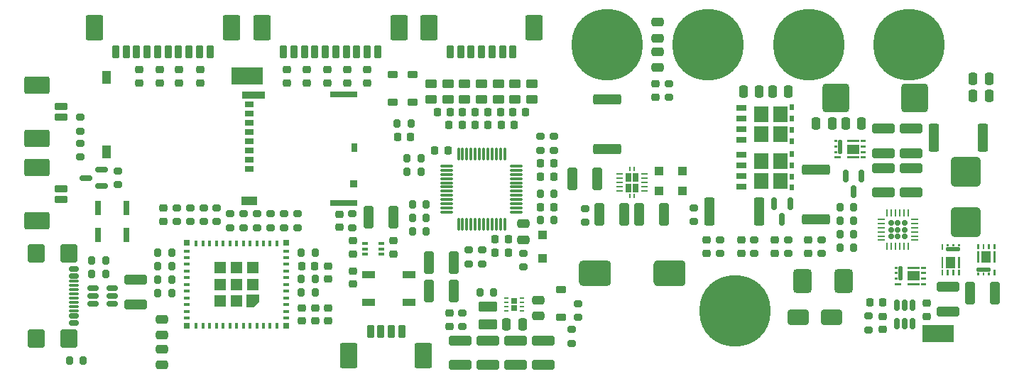
<source format=gtp>
G04 #@! TF.GenerationSoftware,KiCad,Pcbnew,7.0.8*
G04 #@! TF.CreationDate,2023-11-12T21:10:40-08:00*
G04 #@! TF.ProjectId,bms,626d732e-6b69-4636-9164-5f7063625858,V1*
G04 #@! TF.SameCoordinates,Original*
G04 #@! TF.FileFunction,Paste,Top*
G04 #@! TF.FilePolarity,Positive*
%FSLAX46Y46*%
G04 Gerber Fmt 4.6, Leading zero omitted, Abs format (unit mm)*
G04 Created by KiCad (PCBNEW 7.0.8) date 2023-11-12 21:10:40*
%MOMM*%
%LPD*%
G01*
G04 APERTURE LIST*
G04 Aperture macros list*
%AMRoundRect*
0 Rectangle with rounded corners*
0 $1 Rounding radius*
0 $2 $3 $4 $5 $6 $7 $8 $9 X,Y pos of 4 corners*
0 Add a 4 corners polygon primitive as box body*
4,1,4,$2,$3,$4,$5,$6,$7,$8,$9,$2,$3,0*
0 Add four circle primitives for the rounded corners*
1,1,$1+$1,$2,$3*
1,1,$1+$1,$4,$5*
1,1,$1+$1,$6,$7*
1,1,$1+$1,$8,$9*
0 Add four rect primitives between the rounded corners*
20,1,$1+$1,$2,$3,$4,$5,0*
20,1,$1+$1,$4,$5,$6,$7,0*
20,1,$1+$1,$6,$7,$8,$9,0*
20,1,$1+$1,$8,$9,$2,$3,0*%
%AMFreePoly0*
4,1,6,0.725000,-0.725000,-0.725000,-0.725000,-0.725000,0.125000,-0.125000,0.725000,0.725000,0.725000,0.725000,-0.725000,0.725000,-0.725000,$1*%
G04 Aperture macros list end*
%ADD10R,0.230000X0.230000*%
%ADD11O,0.800000X0.230000*%
%ADD12R,0.680000X1.050000*%
%ADD13R,0.260000X0.500000*%
%ADD14RoundRect,0.250000X0.250000X0.475000X-0.250000X0.475000X-0.250000X-0.475000X0.250000X-0.475000X0*%
%ADD15RoundRect,0.200000X0.200000X0.600000X-0.200000X0.600000X-0.200000X-0.600000X0.200000X-0.600000X0*%
%ADD16RoundRect,0.250001X0.799999X1.249999X-0.799999X1.249999X-0.799999X-1.249999X0.799999X-1.249999X0*%
%ADD17RoundRect,0.200000X0.275000X-0.200000X0.275000X0.200000X-0.275000X0.200000X-0.275000X-0.200000X0*%
%ADD18RoundRect,0.225000X0.225000X0.250000X-0.225000X0.250000X-0.225000X-0.250000X0.225000X-0.250000X0*%
%ADD19RoundRect,0.250000X0.325000X1.100000X-0.325000X1.100000X-0.325000X-1.100000X0.325000X-1.100000X0*%
%ADD20RoundRect,0.200000X0.200000X0.275000X-0.200000X0.275000X-0.200000X-0.275000X0.200000X-0.275000X0*%
%ADD21RoundRect,0.250000X-1.100000X0.325000X-1.100000X-0.325000X1.100000X-0.325000X1.100000X0.325000X0*%
%ADD22RoundRect,0.150000X-0.150000X0.587500X-0.150000X-0.587500X0.150000X-0.587500X0.150000X0.587500X0*%
%ADD23R,0.800000X0.400000*%
%ADD24R,0.400000X0.800000*%
%ADD25FreePoly0,180.000000*%
%ADD26R,1.450000X1.450000*%
%ADD27R,0.700000X0.700000*%
%ADD28RoundRect,0.218750X-0.256250X0.218750X-0.256250X-0.218750X0.256250X-0.218750X0.256250X0.218750X0*%
%ADD29R,0.650000X0.400000*%
%ADD30RoundRect,0.250000X0.450000X-0.262500X0.450000X0.262500X-0.450000X0.262500X-0.450000X-0.262500X0*%
%ADD31R,1.100000X0.700000*%
%ADD32R,0.930000X0.900000*%
%ADD33R,0.780000X1.050000*%
%ADD34R,3.330000X0.700000*%
%ADD35R,1.830000X1.140000*%
%ADD36R,2.800000X0.860000*%
%ADD37C,8.500000*%
%ADD38RoundRect,0.225000X-0.250000X0.225000X-0.250000X-0.225000X0.250000X-0.225000X0.250000X0.225000X0*%
%ADD39RoundRect,0.200000X-0.275000X0.200000X-0.275000X-0.200000X0.275000X-0.200000X0.275000X0.200000X0*%
%ADD40RoundRect,0.150000X-0.425000X0.150000X-0.425000X-0.150000X0.425000X-0.150000X0.425000X0.150000X0*%
%ADD41RoundRect,0.075000X-0.500000X0.075000X-0.500000X-0.075000X0.500000X-0.075000X0.500000X0.075000X0*%
%ADD42RoundRect,0.250000X-0.750000X0.840000X-0.750000X-0.840000X0.750000X-0.840000X0.750000X0.840000X0*%
%ADD43RoundRect,0.200000X-0.600000X0.200000X-0.600000X-0.200000X0.600000X-0.200000X0.600000X0.200000X0*%
%ADD44RoundRect,0.250001X-1.249999X0.799999X-1.249999X-0.799999X1.249999X-0.799999X1.249999X0.799999X0*%
%ADD45RoundRect,0.225000X0.250000X-0.225000X0.250000X0.225000X-0.250000X0.225000X-0.250000X-0.225000X0*%
%ADD46R,0.750000X0.650000*%
%ADD47R,0.500000X0.250000*%
%ADD48RoundRect,0.250000X-1.000000X-0.650000X1.000000X-0.650000X1.000000X0.650000X-1.000000X0.650000X0*%
%ADD49RoundRect,0.250000X-0.300000X-0.300000X0.300000X-0.300000X0.300000X0.300000X-0.300000X0.300000X0*%
%ADD50RoundRect,0.225000X-0.375000X0.225000X-0.375000X-0.225000X0.375000X-0.225000X0.375000X0.225000X0*%
%ADD51RoundRect,0.200000X-0.200000X-0.600000X0.200000X-0.600000X0.200000X0.600000X-0.200000X0.600000X0*%
%ADD52RoundRect,0.250001X-0.799999X-1.249999X0.799999X-1.249999X0.799999X1.249999X-0.799999X1.249999X0*%
%ADD53RoundRect,0.150000X0.150000X-0.512500X0.150000X0.512500X-0.150000X0.512500X-0.150000X-0.512500X0*%
%ADD54R,1.200000X0.650000*%
%ADD55R,0.500000X0.700000*%
%ADD56R,1.755000X1.833000*%
%ADD57R,1.500000X0.900000*%
%ADD58R,0.800000X1.700000*%
%ADD59RoundRect,0.225000X0.375000X-0.225000X0.375000X0.225000X-0.375000X0.225000X-0.375000X-0.225000X0*%
%ADD60RoundRect,0.250000X-0.475000X0.250000X-0.475000X-0.250000X0.475000X-0.250000X0.475000X0.250000X0*%
%ADD61RoundRect,0.250000X-0.325000X-1.100000X0.325000X-1.100000X0.325000X1.100000X-0.325000X1.100000X0*%
%ADD62RoundRect,0.200000X-0.200000X-0.275000X0.200000X-0.275000X0.200000X0.275000X-0.200000X0.275000X0*%
%ADD63RoundRect,0.218750X0.256250X-0.218750X0.256250X0.218750X-0.256250X0.218750X-0.256250X-0.218750X0*%
%ADD64RoundRect,0.225000X-0.225000X-0.250000X0.225000X-0.250000X0.225000X0.250000X-0.225000X0.250000X0*%
%ADD65RoundRect,0.069375X-0.750623X-0.161875X0.750623X-0.161875X0.750623X0.161875X-0.750623X0.161875X0*%
%ADD66RoundRect,0.322500X-0.752500X-1.077500X0.752500X-1.077500X0.752500X1.077500X-0.752500X1.077500X0*%
%ADD67RoundRect,0.250000X0.475000X-0.250000X0.475000X0.250000X-0.475000X0.250000X-0.475000X-0.250000X0*%
%ADD68RoundRect,0.165000X-0.165000X0.165000X-0.165000X-0.165000X0.165000X-0.165000X0.165000X0.165000X0*%
%ADD69RoundRect,0.062500X-0.062500X0.325000X-0.062500X-0.325000X0.062500X-0.325000X0.062500X0.325000X0*%
%ADD70RoundRect,0.062500X-0.325000X0.062500X-0.325000X-0.062500X0.325000X-0.062500X0.325000X0.062500X0*%
%ADD71RoundRect,0.250000X-0.250000X-0.475000X0.250000X-0.475000X0.250000X0.475000X-0.250000X0.475000X0*%
%ADD72RoundRect,0.250000X1.100000X-0.325000X1.100000X0.325000X-1.100000X0.325000X-1.100000X-0.325000X0*%
%ADD73RoundRect,0.250000X0.362500X1.425000X-0.362500X1.425000X-0.362500X-1.425000X0.362500X-1.425000X0*%
%ADD74RoundRect,0.069375X0.750623X0.161875X-0.750623X0.161875X-0.750623X-0.161875X0.750623X-0.161875X0*%
%ADD75RoundRect,0.250000X1.425000X-0.362500X1.425000X0.362500X-1.425000X0.362500X-1.425000X-0.362500X0*%
%ADD76RoundRect,0.431321X1.473679X1.092679X-1.473679X1.092679X-1.473679X-1.092679X1.473679X-1.092679X0*%
%ADD77RoundRect,0.457200X1.447800X1.066800X-1.447800X1.066800X-1.447800X-1.066800X1.447800X-1.066800X0*%
%ADD78RoundRect,0.540000X1.260000X-1.260000X1.260000X1.260000X-1.260000X1.260000X-1.260000X-1.260000X0*%
%ADD79RoundRect,0.150000X0.587500X0.150000X-0.587500X0.150000X-0.587500X-0.150000X0.587500X-0.150000X0*%
%ADD80RoundRect,0.150000X-0.512500X-0.150000X0.512500X-0.150000X0.512500X0.150000X-0.512500X0.150000X0*%
%ADD81RoundRect,0.250000X-1.425000X0.362500X-1.425000X-0.362500X1.425000X-0.362500X1.425000X0.362500X0*%
%ADD82RoundRect,0.218750X0.218750X0.256250X-0.218750X0.256250X-0.218750X-0.256250X0.218750X-0.256250X0*%
%ADD83RoundRect,0.075000X0.662500X0.075000X-0.662500X0.075000X-0.662500X-0.075000X0.662500X-0.075000X0*%
%ADD84RoundRect,0.075000X0.075000X0.662500X-0.075000X0.662500X-0.075000X-0.662500X0.075000X-0.662500X0*%
%ADD85R,3.800000X2.000000*%
%ADD86RoundRect,0.069375X0.161875X-0.750623X0.161875X0.750623X-0.161875X0.750623X-0.161875X-0.750623X0*%
%ADD87RoundRect,0.250000X-0.362500X-1.425000X0.362500X-1.425000X0.362500X1.425000X-0.362500X1.425000X0*%
%ADD88RoundRect,0.250000X-0.850000X0.375000X-0.850000X-0.375000X0.850000X-0.375000X0.850000X0.375000X0*%
%ADD89R,1.100000X1.500000*%
%ADD90RoundRect,0.487500X-1.137500X1.227500X-1.137500X-1.227500X1.137500X-1.227500X1.137500X1.227500X0*%
%ADD91RoundRect,0.250000X0.300000X-0.300000X0.300000X0.300000X-0.300000X0.300000X-0.300000X-0.300000X0*%
G04 APERTURE END LIST*
G36*
X201494877Y-104074874D02*
G01*
X201254872Y-104074874D01*
X201254872Y-103774874D01*
X201494877Y-103774874D01*
X201494877Y-104074874D01*
G37*
G36*
X199544877Y-104474873D02*
G01*
X199304872Y-104474873D01*
X199304872Y-103774874D01*
X199544877Y-103774874D01*
X199544877Y-104474873D01*
G37*
G36*
X200844877Y-104074874D02*
G01*
X200604872Y-104074874D01*
X200604872Y-103774874D01*
X200844877Y-103774874D01*
X200844877Y-104074874D01*
G37*
G36*
X200194877Y-104074874D02*
G01*
X199954872Y-104074874D01*
X199954872Y-103774874D01*
X200194877Y-103774874D01*
X200194877Y-104074874D01*
G37*
G36*
X201494872Y-104574880D02*
G01*
X200826878Y-104574880D01*
X200826878Y-104224868D01*
X201494872Y-104224868D01*
X201494872Y-104574880D01*
G37*
G36*
X200622872Y-104574880D02*
G01*
X199954878Y-104574880D01*
X199954878Y-104224868D01*
X200622872Y-104224868D01*
X200622872Y-104574880D01*
G37*
G36*
X201494877Y-106674873D02*
G01*
X201254873Y-106674873D01*
X201254873Y-105274875D01*
X201494877Y-105274875D01*
X201494877Y-106674873D01*
G37*
G36*
X200944870Y-106674873D02*
G01*
X199854880Y-106674873D01*
X199854880Y-105274875D01*
X200944870Y-105274875D01*
X200944870Y-106674873D01*
G37*
G36*
X199544877Y-106674873D02*
G01*
X199304873Y-106674873D01*
X199304873Y-105274875D01*
X199544877Y-105274875D01*
X199544877Y-106674873D01*
G37*
G36*
X201494877Y-107474873D02*
G01*
X201254872Y-107474873D01*
X201254872Y-106874875D01*
X201494877Y-106874875D01*
X201494877Y-107474873D01*
G37*
G36*
X200844877Y-107474873D02*
G01*
X200604872Y-107474873D01*
X200604872Y-106874875D01*
X200844877Y-106874875D01*
X200844877Y-107474873D01*
G37*
G36*
X200194877Y-107474873D02*
G01*
X199954872Y-107474873D01*
X199954872Y-106874875D01*
X200194877Y-106874875D01*
X200194877Y-107474873D01*
G37*
G36*
X199544877Y-107474873D02*
G01*
X199304872Y-107474873D01*
X199304872Y-106874875D01*
X199544877Y-106874875D01*
X199544877Y-107474873D01*
G37*
G36*
X203794876Y-107499874D02*
G01*
X203554871Y-107499874D01*
X203554871Y-107199874D01*
X203794876Y-107199874D01*
X203794876Y-107499874D01*
G37*
G36*
X205744876Y-107499874D02*
G01*
X205504871Y-107499874D01*
X205504871Y-106799875D01*
X205744876Y-106799875D01*
X205744876Y-107499874D01*
G37*
G36*
X204444876Y-107499874D02*
G01*
X204204871Y-107499874D01*
X204204871Y-107199874D01*
X204444876Y-107199874D01*
X204444876Y-107499874D01*
G37*
G36*
X205094876Y-107499874D02*
G01*
X204854871Y-107499874D01*
X204854871Y-107199874D01*
X205094876Y-107199874D01*
X205094876Y-107499874D01*
G37*
G36*
X204222870Y-107049880D02*
G01*
X203554876Y-107049880D01*
X203554876Y-106699868D01*
X204222870Y-106699868D01*
X204222870Y-107049880D01*
G37*
G36*
X205094870Y-107049880D02*
G01*
X204426876Y-107049880D01*
X204426876Y-106699868D01*
X205094870Y-106699868D01*
X205094870Y-107049880D01*
G37*
G36*
X203794875Y-105999873D02*
G01*
X203554871Y-105999873D01*
X203554871Y-104599875D01*
X203794875Y-104599875D01*
X203794875Y-105999873D01*
G37*
G36*
X205194868Y-105999873D02*
G01*
X204104878Y-105999873D01*
X204104878Y-104599875D01*
X205194868Y-104599875D01*
X205194868Y-105999873D01*
G37*
G36*
X205744875Y-105999873D02*
G01*
X205504871Y-105999873D01*
X205504871Y-104599875D01*
X205744875Y-104599875D01*
X205744875Y-105999873D01*
G37*
G36*
X203794876Y-104399873D02*
G01*
X203554871Y-104399873D01*
X203554871Y-103799875D01*
X203794876Y-103799875D01*
X203794876Y-104399873D01*
G37*
G36*
X204444876Y-104399873D02*
G01*
X204204871Y-104399873D01*
X204204871Y-103799875D01*
X204444876Y-103799875D01*
X204444876Y-104399873D01*
G37*
G36*
X205094876Y-104399873D02*
G01*
X204854871Y-104399873D01*
X204854871Y-103799875D01*
X205094876Y-103799875D01*
X205094876Y-104399873D01*
G37*
G36*
X205744876Y-104399873D02*
G01*
X205504871Y-104399873D01*
X205504871Y-103799875D01*
X205744876Y-103799875D01*
X205744876Y-104399873D01*
G37*
G36*
X194074874Y-106719877D02*
G01*
X193774874Y-106719877D01*
X193774874Y-106479872D01*
X194074874Y-106479872D01*
X194074874Y-106719877D01*
G37*
G36*
X194474873Y-108669877D02*
G01*
X193774874Y-108669877D01*
X193774874Y-108429872D01*
X194474873Y-108429872D01*
X194474873Y-108669877D01*
G37*
G36*
X194074874Y-107369877D02*
G01*
X193774874Y-107369877D01*
X193774874Y-107129872D01*
X194074874Y-107129872D01*
X194074874Y-107369877D01*
G37*
G36*
X194074874Y-108019877D02*
G01*
X193774874Y-108019877D01*
X193774874Y-107779872D01*
X194074874Y-107779872D01*
X194074874Y-108019877D01*
G37*
G36*
X194574880Y-107147871D02*
G01*
X194224868Y-107147871D01*
X194224868Y-106479877D01*
X194574880Y-106479877D01*
X194574880Y-107147871D01*
G37*
G36*
X194574880Y-108019871D02*
G01*
X194224868Y-108019871D01*
X194224868Y-107351877D01*
X194574880Y-107351877D01*
X194574880Y-108019871D01*
G37*
G36*
X196674873Y-106719876D02*
G01*
X195274875Y-106719876D01*
X195274875Y-106479872D01*
X196674873Y-106479872D01*
X196674873Y-106719876D01*
G37*
G36*
X196674873Y-108119869D02*
G01*
X195274875Y-108119869D01*
X195274875Y-107029879D01*
X196674873Y-107029879D01*
X196674873Y-108119869D01*
G37*
G36*
X196674873Y-108669876D02*
G01*
X195274875Y-108669876D01*
X195274875Y-108429872D01*
X196674873Y-108429872D01*
X196674873Y-108669876D01*
G37*
G36*
X197474873Y-106719877D02*
G01*
X196874875Y-106719877D01*
X196874875Y-106479872D01*
X197474873Y-106479872D01*
X197474873Y-106719877D01*
G37*
G36*
X197474873Y-107369877D02*
G01*
X196874875Y-107369877D01*
X196874875Y-107129872D01*
X197474873Y-107129872D01*
X197474873Y-107369877D01*
G37*
G36*
X197474873Y-108019877D02*
G01*
X196874875Y-108019877D01*
X196874875Y-107779872D01*
X197474873Y-107779872D01*
X197474873Y-108019877D01*
G37*
G36*
X197474873Y-108669877D02*
G01*
X196874875Y-108669877D01*
X196874875Y-108429872D01*
X197474873Y-108429872D01*
X197474873Y-108669877D01*
G37*
G36*
X186874874Y-91619877D02*
G01*
X186574874Y-91619877D01*
X186574874Y-91379872D01*
X186874874Y-91379872D01*
X186874874Y-91619877D01*
G37*
G36*
X187274873Y-93569877D02*
G01*
X186574874Y-93569877D01*
X186574874Y-93329872D01*
X187274873Y-93329872D01*
X187274873Y-93569877D01*
G37*
G36*
X186874874Y-92269877D02*
G01*
X186574874Y-92269877D01*
X186574874Y-92029872D01*
X186874874Y-92029872D01*
X186874874Y-92269877D01*
G37*
G36*
X186874874Y-92919877D02*
G01*
X186574874Y-92919877D01*
X186574874Y-92679872D01*
X186874874Y-92679872D01*
X186874874Y-92919877D01*
G37*
G36*
X187374880Y-92047871D02*
G01*
X187024868Y-92047871D01*
X187024868Y-91379877D01*
X187374880Y-91379877D01*
X187374880Y-92047871D01*
G37*
G36*
X187374880Y-92919871D02*
G01*
X187024868Y-92919871D01*
X187024868Y-92251877D01*
X187374880Y-92251877D01*
X187374880Y-92919871D01*
G37*
G36*
X189474873Y-91619876D02*
G01*
X188074875Y-91619876D01*
X188074875Y-91379872D01*
X189474873Y-91379872D01*
X189474873Y-91619876D01*
G37*
G36*
X189474873Y-93019869D02*
G01*
X188074875Y-93019869D01*
X188074875Y-91929879D01*
X189474873Y-91929879D01*
X189474873Y-93019869D01*
G37*
G36*
X189474873Y-93569876D02*
G01*
X188074875Y-93569876D01*
X188074875Y-93329872D01*
X189474873Y-93329872D01*
X189474873Y-93569876D01*
G37*
G36*
X190274873Y-91619877D02*
G01*
X189674875Y-91619877D01*
X189674875Y-91379872D01*
X190274873Y-91379872D01*
X190274873Y-91619877D01*
G37*
G36*
X190274873Y-92269877D02*
G01*
X189674875Y-92269877D01*
X189674875Y-92029872D01*
X190274873Y-92029872D01*
X190274873Y-92269877D01*
G37*
G36*
X190274873Y-92919877D02*
G01*
X189674875Y-92919877D01*
X189674875Y-92679872D01*
X190274873Y-92679872D01*
X190274873Y-92919877D01*
G37*
G36*
X190274873Y-93569877D02*
G01*
X189674875Y-93569877D01*
X189674875Y-93329872D01*
X190274873Y-93329872D01*
X190274873Y-93569877D01*
G37*
D10*
X164179874Y-97444874D03*
D11*
X163894874Y-97444874D03*
D10*
X164179874Y-96944874D03*
D11*
X163894874Y-96944874D03*
D10*
X164179874Y-96444874D03*
D11*
X163894874Y-96444874D03*
D10*
X164179874Y-95944874D03*
D11*
X163894874Y-95944874D03*
D10*
X164179874Y-95444874D03*
D11*
X163894874Y-95444874D03*
X160944874Y-95444874D03*
D10*
X160659874Y-95444874D03*
D11*
X160944874Y-95944874D03*
D10*
X160659874Y-95944874D03*
D11*
X160944874Y-96444874D03*
D10*
X160659874Y-96444874D03*
D11*
X160944874Y-96944874D03*
D10*
X160659874Y-96944874D03*
D11*
X160944874Y-97444874D03*
D10*
X160659874Y-97444874D03*
D12*
X162869874Y-97079874D03*
X162869874Y-95809874D03*
D13*
X162669874Y-98074874D03*
X162669874Y-94814874D03*
X162169874Y-98074874D03*
X162169874Y-94814874D03*
D12*
X161969874Y-97079874D03*
X161969874Y-95809874D03*
D14*
X204974874Y-84024874D03*
X203074874Y-84024874D03*
D15*
X132099874Y-80874874D03*
X130849874Y-80874874D03*
X129599874Y-80874874D03*
X128349874Y-80874874D03*
X127099874Y-80874874D03*
X125849874Y-80874874D03*
X124599874Y-80874874D03*
X123349874Y-80874874D03*
X122099874Y-80874874D03*
X120849874Y-80874874D03*
D16*
X134649874Y-77974874D03*
X118299874Y-77974874D03*
D17*
X129100000Y-101825000D03*
X129100000Y-100175000D03*
D18*
X140449874Y-92574874D03*
X138899874Y-92574874D03*
D19*
X141175000Y-109400000D03*
X138225000Y-109400000D03*
D20*
X99649874Y-105774874D03*
X97999874Y-105774874D03*
D17*
X156824874Y-101199874D03*
X156824874Y-99549874D03*
D21*
X148500000Y-115275126D03*
X148500000Y-118225126D03*
D22*
X189774874Y-95674874D03*
X187874874Y-95674874D03*
X188824874Y-97549874D03*
D20*
X137899874Y-99074874D03*
X136249874Y-99074874D03*
D18*
X149749874Y-88074874D03*
X148199874Y-88074874D03*
D23*
X121174874Y-112600000D03*
X121174874Y-111800000D03*
X121174874Y-111000000D03*
X121174874Y-110200000D03*
X121174874Y-109400000D03*
X121174874Y-108600000D03*
X121174874Y-107800000D03*
X121174874Y-107000000D03*
X121174874Y-106200000D03*
X121174874Y-105400000D03*
X121174874Y-104600000D03*
D24*
X120074874Y-103700000D03*
X119274874Y-103700000D03*
X118474874Y-103700000D03*
X117674874Y-103700000D03*
X116874874Y-103700000D03*
X116074874Y-103700000D03*
X115274874Y-103700000D03*
X114474874Y-103700000D03*
X113674874Y-103700000D03*
X112874874Y-103700000D03*
X112074874Y-103700000D03*
X111274874Y-103700000D03*
X110474874Y-103700000D03*
D23*
X109374874Y-104600000D03*
X109374874Y-105400000D03*
X109374874Y-106200000D03*
X109374874Y-107000000D03*
X109374874Y-107800000D03*
X109374874Y-108600000D03*
X109374874Y-109400000D03*
X109374874Y-110200000D03*
X109374874Y-111000000D03*
X109374874Y-111800000D03*
X109374874Y-112600000D03*
D24*
X110474874Y-113500000D03*
X111274874Y-113500000D03*
X112074874Y-113500000D03*
X112874874Y-113500000D03*
X113674874Y-113500000D03*
X114474874Y-113500000D03*
X115274874Y-113500000D03*
X116074874Y-113500000D03*
X116874874Y-113500000D03*
X117674874Y-113500000D03*
X118474874Y-113500000D03*
X119274874Y-113500000D03*
X120074874Y-113500000D03*
D25*
X117249874Y-110575000D03*
D26*
X117249874Y-108600000D03*
X117249874Y-106625000D03*
X115274874Y-110575000D03*
X115274874Y-108600000D03*
X115274874Y-106625000D03*
X113299874Y-110575000D03*
X113299874Y-108600000D03*
X113299874Y-106625000D03*
D27*
X109324874Y-113550000D03*
X109324874Y-103650000D03*
X121224874Y-103650000D03*
X121224874Y-113550000D03*
D28*
X183424874Y-103287374D03*
X183424874Y-104862374D03*
D20*
X107525000Y-109600000D03*
X105875000Y-109600000D03*
D29*
X130600000Y-103700000D03*
X130600000Y-104350000D03*
X130600000Y-105000000D03*
X132500000Y-105000000D03*
X132500000Y-104350000D03*
X132500000Y-103700000D03*
D30*
X146474874Y-86487374D03*
X146474874Y-84662374D03*
D21*
X195674874Y-94699874D03*
X195674874Y-97649874D03*
D31*
X116760000Y-94775000D03*
X116760000Y-93675000D03*
X116760000Y-92575000D03*
X116760000Y-91475000D03*
X116760000Y-90375000D03*
X116760000Y-89275000D03*
X116760000Y-88175000D03*
X116760000Y-87075000D03*
D32*
X129225000Y-96565000D03*
D33*
X129300000Y-92300000D03*
D34*
X128025000Y-98875000D03*
D35*
X116775000Y-98655000D03*
D36*
X117260000Y-85995000D03*
D34*
X128025000Y-85915000D03*
D18*
X142149874Y-89574874D03*
X140599874Y-89574874D03*
D37*
X195474874Y-79974874D03*
D38*
X124624874Y-111399874D03*
X124624874Y-112949874D03*
D39*
X119324874Y-100175000D03*
X119324874Y-101825000D03*
D15*
X148224874Y-80874874D03*
X146974874Y-80874874D03*
X145724874Y-80874874D03*
X144474874Y-80874874D03*
X143224874Y-80874874D03*
X141974874Y-80874874D03*
X140724874Y-80874874D03*
D16*
X150774874Y-77974874D03*
X138174874Y-77974874D03*
D17*
X151500000Y-92599874D03*
X151500000Y-90949874D03*
D38*
X129124874Y-106999874D03*
X129124874Y-108549874D03*
X130824874Y-82999874D03*
X130824874Y-84549874D03*
D19*
X141175000Y-106000000D03*
X138225000Y-106000000D03*
D40*
X95864874Y-106774874D03*
X95864874Y-107574874D03*
D41*
X95864874Y-108724874D03*
X95864874Y-109724874D03*
X95864874Y-110224874D03*
X95864874Y-111224874D03*
D40*
X95864874Y-112374874D03*
X95864874Y-113174874D03*
X95864874Y-113174874D03*
X95864874Y-112374874D03*
D41*
X95864874Y-111724874D03*
X95864874Y-110724874D03*
X95864874Y-109224874D03*
X95864874Y-108224874D03*
D40*
X95864874Y-107574874D03*
X95864874Y-106774874D03*
D42*
X95289874Y-104864874D03*
X91359874Y-104864874D03*
X95289874Y-115084874D03*
X91359874Y-115084874D03*
D14*
X181074874Y-85599874D03*
X179174874Y-85599874D03*
D43*
X94374874Y-97174874D03*
X94374874Y-98424874D03*
D44*
X91474874Y-94624874D03*
X91474874Y-100974874D03*
D45*
X126200000Y-107975000D03*
X126200000Y-106425000D03*
D39*
X111324874Y-99449874D03*
X111324874Y-101099874D03*
D17*
X169824874Y-101099874D03*
X169824874Y-99449874D03*
D38*
X103674874Y-82999874D03*
X103674874Y-84549874D03*
D46*
X148375000Y-111375000D03*
X148375000Y-110575000D03*
D47*
X149325000Y-111725000D03*
X149325000Y-111225000D03*
X149325000Y-110725000D03*
X149325000Y-110225000D03*
X147425000Y-110225000D03*
X147425000Y-110725000D03*
X147425000Y-111225000D03*
X147425000Y-111725000D03*
D48*
X182224874Y-112474874D03*
X186224874Y-112474874D03*
D49*
X165624874Y-97474874D03*
X168424874Y-97474874D03*
D20*
X99649874Y-107374874D03*
X97999874Y-107374874D03*
D50*
X153925000Y-109175000D03*
X153925000Y-112475000D03*
D17*
X153100000Y-92599874D03*
X153100000Y-90949874D03*
X149424874Y-106499874D03*
X149424874Y-104849874D03*
D18*
X145249874Y-89574874D03*
X143699874Y-89574874D03*
D51*
X131225000Y-114200000D03*
X132475000Y-114200000D03*
X133725000Y-114200000D03*
X134975000Y-114200000D03*
D52*
X128675000Y-117100000D03*
X137525000Y-117100000D03*
D21*
X151800000Y-115275126D03*
X151800000Y-118225126D03*
D20*
X124649874Y-107974874D03*
X122999874Y-107974874D03*
D21*
X141900000Y-115275126D03*
X141900000Y-118225126D03*
D17*
X144574874Y-106149874D03*
X144574874Y-104499874D03*
D37*
X183474874Y-79974874D03*
D53*
X193974874Y-113312374D03*
X194924874Y-113312374D03*
X195874874Y-113312374D03*
X195874874Y-111037374D03*
X194924874Y-111037374D03*
X193974874Y-111037374D03*
D54*
X175449874Y-93144874D03*
X175449874Y-94414874D03*
X175449874Y-95684874D03*
X175449874Y-96954874D03*
D55*
X181449874Y-93049874D03*
D56*
X180074874Y-93874874D03*
X177824874Y-93874874D03*
D55*
X181449874Y-94379874D03*
X181449874Y-95719874D03*
D56*
X180074874Y-96224874D03*
X177824874Y-96224874D03*
D55*
X181449874Y-97049874D03*
D28*
X175424874Y-103287374D03*
X175424874Y-104862374D03*
D57*
X130974874Y-107424874D03*
X130974874Y-110724874D03*
X135874874Y-110724874D03*
X135874874Y-107424874D03*
D58*
X102124874Y-99474874D03*
X98724874Y-99474874D03*
D59*
X133874874Y-86824874D03*
X133874874Y-83524874D03*
D39*
X155200000Y-113975000D03*
X155200000Y-115625000D03*
D60*
X106374874Y-116324874D03*
X106374874Y-118224874D03*
D21*
X200124874Y-108899874D03*
X200124874Y-111849874D03*
D61*
X202749874Y-109674874D03*
X205699874Y-109674874D03*
D17*
X109724874Y-101099874D03*
X109724874Y-99449874D03*
X117724874Y-101825000D03*
X117724874Y-100175000D03*
D14*
X204974874Y-86124874D03*
X203074874Y-86124874D03*
D58*
X102124874Y-102674874D03*
X98724874Y-102674874D03*
D62*
X105875000Y-108000000D03*
X107525000Y-108000000D03*
D63*
X140625000Y-113612500D03*
X140625000Y-112037500D03*
D20*
X137249874Y-95174874D03*
X135599874Y-95174874D03*
D30*
X150474874Y-86487374D03*
X150474874Y-84662374D03*
D64*
X151525000Y-95774874D03*
X153075000Y-95774874D03*
D21*
X103250000Y-108025000D03*
X103250000Y-110975000D03*
D61*
X158549874Y-100274874D03*
X161499874Y-100274874D03*
D64*
X151525000Y-94174874D03*
X153075000Y-94174874D03*
D18*
X143749874Y-88074874D03*
X142199874Y-88074874D03*
D65*
X200724872Y-104393624D03*
D38*
X128474874Y-82999874D03*
X128474874Y-84549874D03*
D20*
X136049874Y-89374874D03*
X134399874Y-89374874D03*
X124649874Y-104774874D03*
X122999874Y-104774874D03*
X188849874Y-102574874D03*
X187199874Y-102574874D03*
D38*
X123674874Y-82999874D03*
X123674874Y-84549874D03*
D39*
X120900000Y-100175000D03*
X120900000Y-101825000D03*
D66*
X182769874Y-108224874D03*
X187679874Y-108224874D03*
D28*
X171324874Y-103287374D03*
X171324874Y-104862374D03*
D22*
X181274874Y-98937374D03*
X179374874Y-98937374D03*
X180324874Y-100812374D03*
D20*
X188849874Y-100974874D03*
X187199874Y-100974874D03*
D61*
X131025000Y-100600000D03*
X133975000Y-100600000D03*
D67*
X106374874Y-114624874D03*
X106374874Y-112724874D03*
D54*
X175449874Y-87569874D03*
X175449874Y-88839874D03*
X175449874Y-90109874D03*
X175449874Y-91379874D03*
D55*
X181449874Y-87474874D03*
D56*
X180074874Y-88299874D03*
X177824874Y-88299874D03*
D55*
X181449874Y-88804874D03*
X181449874Y-90144874D03*
D56*
X180074874Y-90649874D03*
X177824874Y-90649874D03*
D55*
X181449874Y-91474874D03*
D37*
X174724874Y-111774874D03*
D68*
X194924874Y-101254874D03*
X194104874Y-101254874D03*
X193284874Y-101254874D03*
X194924874Y-102074874D03*
X194104874Y-102074874D03*
X193284874Y-102074874D03*
X194924874Y-102894874D03*
X194104874Y-102894874D03*
X193284874Y-102894874D03*
D69*
X195354874Y-100087374D03*
X194854874Y-100087374D03*
X194354874Y-100087374D03*
X193854874Y-100087374D03*
X193354874Y-100087374D03*
X192854874Y-100087374D03*
D70*
X192117374Y-100824874D03*
X192117374Y-101324874D03*
X192117374Y-101824874D03*
X192117374Y-102324874D03*
X192117374Y-102824874D03*
X192117374Y-103324874D03*
D69*
X192854874Y-104062374D03*
X193354874Y-104062374D03*
X193854874Y-104062374D03*
X194354874Y-104062374D03*
X194854874Y-104062374D03*
X195354874Y-104062374D03*
D70*
X196092374Y-103324874D03*
X196092374Y-102824874D03*
X196092374Y-102324874D03*
X196092374Y-101824874D03*
X196092374Y-101324874D03*
X196092374Y-100824874D03*
D28*
X179424874Y-103287374D03*
X179424874Y-104862374D03*
D62*
X151475000Y-100950000D03*
X153125000Y-100950000D03*
D45*
X197524874Y-112399874D03*
X197524874Y-110849874D03*
D71*
X147475000Y-113325000D03*
X149375000Y-113325000D03*
D30*
X144474874Y-86487374D03*
X144474874Y-84662374D03*
D21*
X192374874Y-94699874D03*
X192374874Y-97649874D03*
D72*
X195674874Y-92949874D03*
X195674874Y-89999874D03*
D59*
X136274874Y-86824874D03*
X136274874Y-83524874D03*
D15*
X112099874Y-80874874D03*
X110849874Y-80874874D03*
X109599874Y-80874874D03*
X108349874Y-80874874D03*
X107099874Y-80874874D03*
X105849874Y-80874874D03*
X104599874Y-80874874D03*
X103349874Y-80874874D03*
X102099874Y-80874874D03*
X100849874Y-80874874D03*
D16*
X114649874Y-77974874D03*
X98299874Y-77974874D03*
D30*
X138474874Y-86487374D03*
X138474874Y-84662374D03*
D64*
X123049874Y-106374874D03*
X124599874Y-106374874D03*
D28*
X165224874Y-84687374D03*
X165224874Y-86262374D03*
D73*
X177587374Y-99874874D03*
X171662374Y-99874874D03*
D38*
X126074874Y-82999874D03*
X126074874Y-84549874D03*
D62*
X144300000Y-109525000D03*
X145950000Y-109525000D03*
D20*
X137249874Y-93574874D03*
X135599874Y-93574874D03*
D60*
X165474874Y-80824874D03*
X165474874Y-82724874D03*
D18*
X135999874Y-90974874D03*
X134449874Y-90974874D03*
D17*
X177024874Y-104899874D03*
X177024874Y-103249874D03*
D28*
X127500000Y-100212500D03*
X127500000Y-101787500D03*
D74*
X204324876Y-106881124D03*
D72*
X192374874Y-92949874D03*
X192374874Y-89999874D03*
D45*
X106524874Y-101049874D03*
X106524874Y-99499874D03*
D21*
X145200126Y-115275126D03*
X145200126Y-118225126D03*
D75*
X184324874Y-100837374D03*
X184324874Y-94912374D03*
D38*
X106074874Y-82999874D03*
X106074874Y-84549874D03*
D20*
X188849874Y-99374874D03*
X187199874Y-99374874D03*
D18*
X146749874Y-88074874D03*
X145199874Y-88074874D03*
D39*
X96624874Y-88649874D03*
X96624874Y-90299874D03*
D18*
X140749874Y-88074874D03*
X139199874Y-88074874D03*
X148349874Y-89574874D03*
X146799874Y-89574874D03*
D76*
X166869874Y-107274874D03*
D77*
X157979874Y-107274874D03*
D78*
X202174874Y-101174874D03*
X202174874Y-95174874D03*
D38*
X108424874Y-82999874D03*
X108424874Y-84549874D03*
D17*
X116100000Y-101825000D03*
X116100000Y-100175000D03*
D37*
X159474874Y-79974874D03*
D17*
X181024874Y-104899874D03*
X181024874Y-103249874D03*
D38*
X129124874Y-103399874D03*
X129124874Y-104949874D03*
D14*
X177574874Y-85599874D03*
X175674874Y-85599874D03*
D49*
X165624874Y-95074874D03*
X168424874Y-95074874D03*
D79*
X99162374Y-96824874D03*
X99162374Y-94924874D03*
X97287374Y-95874874D03*
D20*
X124649874Y-109574874D03*
X122999874Y-109574874D03*
D80*
X98187374Y-109024874D03*
X98187374Y-109974874D03*
X98187374Y-110924874D03*
X100462374Y-110924874D03*
X100462374Y-109974874D03*
X100462374Y-109024874D03*
D81*
X159474874Y-86512374D03*
X159474874Y-92437374D03*
D82*
X153087500Y-99374874D03*
X151512500Y-99374874D03*
D60*
X151225000Y-110475000D03*
X151225000Y-112375000D03*
D83*
X148637374Y-99974874D03*
X148637374Y-99474874D03*
X148637374Y-98974874D03*
X148637374Y-98474874D03*
X148637374Y-97974874D03*
X148637374Y-97474874D03*
X148637374Y-96974874D03*
X148637374Y-96474874D03*
X148637374Y-95974874D03*
X148637374Y-95474874D03*
X148637374Y-94974874D03*
X148637374Y-94474874D03*
D84*
X147224874Y-93062374D03*
X146724874Y-93062374D03*
X146224874Y-93062374D03*
X145724874Y-93062374D03*
X145224874Y-93062374D03*
X144724874Y-93062374D03*
X144224874Y-93062374D03*
X143724874Y-93062374D03*
X143224874Y-93062374D03*
X142724874Y-93062374D03*
X142224874Y-93062374D03*
X141724874Y-93062374D03*
D83*
X140312374Y-94474874D03*
X140312374Y-94974874D03*
X140312374Y-95474874D03*
X140312374Y-95974874D03*
X140312374Y-96474874D03*
X140312374Y-96974874D03*
X140312374Y-97474874D03*
X140312374Y-97974874D03*
X140312374Y-98474874D03*
X140312374Y-98974874D03*
X140312374Y-99474874D03*
X140312374Y-99974874D03*
D84*
X141724874Y-101387374D03*
X142224874Y-101387374D03*
X142724874Y-101387374D03*
X143224874Y-101387374D03*
X143724874Y-101387374D03*
X144224874Y-101387374D03*
X144724874Y-101387374D03*
X145224874Y-101387374D03*
X145724874Y-101387374D03*
X146224874Y-101387374D03*
X146724874Y-101387374D03*
X147224874Y-101387374D03*
D19*
X158275000Y-96000000D03*
X155325000Y-96000000D03*
D14*
X186274874Y-89374874D03*
X184374874Y-89374874D03*
D38*
X123024874Y-111399874D03*
X123024874Y-112949874D03*
D64*
X146099874Y-103224874D03*
X147649874Y-103224874D03*
D20*
X137899874Y-102274874D03*
X136249874Y-102274874D03*
D39*
X166824874Y-84649874D03*
X166824874Y-86299874D03*
X112924874Y-99449874D03*
X112924874Y-101099874D03*
D17*
X172924874Y-104899874D03*
X172924874Y-103249874D03*
D20*
X107525000Y-104800000D03*
X105875000Y-104800000D03*
D17*
X142974874Y-106149874D03*
X142974874Y-104499874D03*
D39*
X96624874Y-91749874D03*
X96624874Y-93399874D03*
D17*
X185024874Y-104899874D03*
X185024874Y-103249874D03*
X122500000Y-101825000D03*
X122500000Y-100175000D03*
D45*
X192274874Y-113949874D03*
X192274874Y-112399874D03*
D64*
X190749874Y-110724874D03*
X192299874Y-110724874D03*
D85*
X116500000Y-83700000D03*
D39*
X156000000Y-110875000D03*
X156000000Y-112525000D03*
D67*
X149474874Y-103274874D03*
X149474874Y-101374874D03*
D38*
X134000000Y-103399874D03*
X134000000Y-104949874D03*
D20*
X107525000Y-106400000D03*
X105875000Y-106400000D03*
D60*
X165474874Y-77324874D03*
X165474874Y-79224874D03*
D86*
X194393624Y-107249877D03*
D30*
X140474874Y-86487374D03*
X140474874Y-84662374D03*
D87*
X198362374Y-91074874D03*
X204287374Y-91074874D03*
D86*
X187193624Y-92149877D03*
D20*
X153125000Y-97800000D03*
X151475000Y-97800000D03*
D62*
X187199874Y-104174874D03*
X188849874Y-104174874D03*
D88*
X145225000Y-111250000D03*
X145225000Y-113400000D03*
D39*
X190624874Y-112349874D03*
X190624874Y-113999874D03*
D89*
X99724874Y-83924874D03*
X99724874Y-92824874D03*
D38*
X126224874Y-111399874D03*
X126224874Y-112949874D03*
D39*
X114500000Y-100175000D03*
X114500000Y-101825000D03*
D62*
X95324874Y-117674874D03*
X96974874Y-117674874D03*
D38*
X110924874Y-82999874D03*
X110924874Y-84549874D03*
D37*
X171474874Y-79974874D03*
D19*
X166199874Y-100274874D03*
X163249874Y-100274874D03*
D38*
X121274874Y-82999874D03*
X121274874Y-84549874D03*
D90*
X196099874Y-86374874D03*
X186749874Y-86374874D03*
D30*
X148474874Y-86487374D03*
X148474874Y-84662374D03*
D39*
X108124874Y-99449874D03*
X108124874Y-101099874D03*
D14*
X189774874Y-89374874D03*
X187874874Y-89374874D03*
D39*
X142225000Y-112000000D03*
X142225000Y-113650000D03*
D17*
X101124874Y-96699874D03*
X101124874Y-95049874D03*
D91*
X151774874Y-105474874D03*
X151774874Y-102674874D03*
D43*
X94374874Y-87349874D03*
X94374874Y-88599874D03*
D44*
X91474874Y-84799874D03*
X91474874Y-91149874D03*
D30*
X142474874Y-86487374D03*
X142474874Y-84662374D03*
D20*
X137899874Y-100674874D03*
X136249874Y-100674874D03*
D85*
X198900000Y-114500000D03*
D18*
X147649874Y-104824874D03*
X146099874Y-104824874D03*
M02*

</source>
